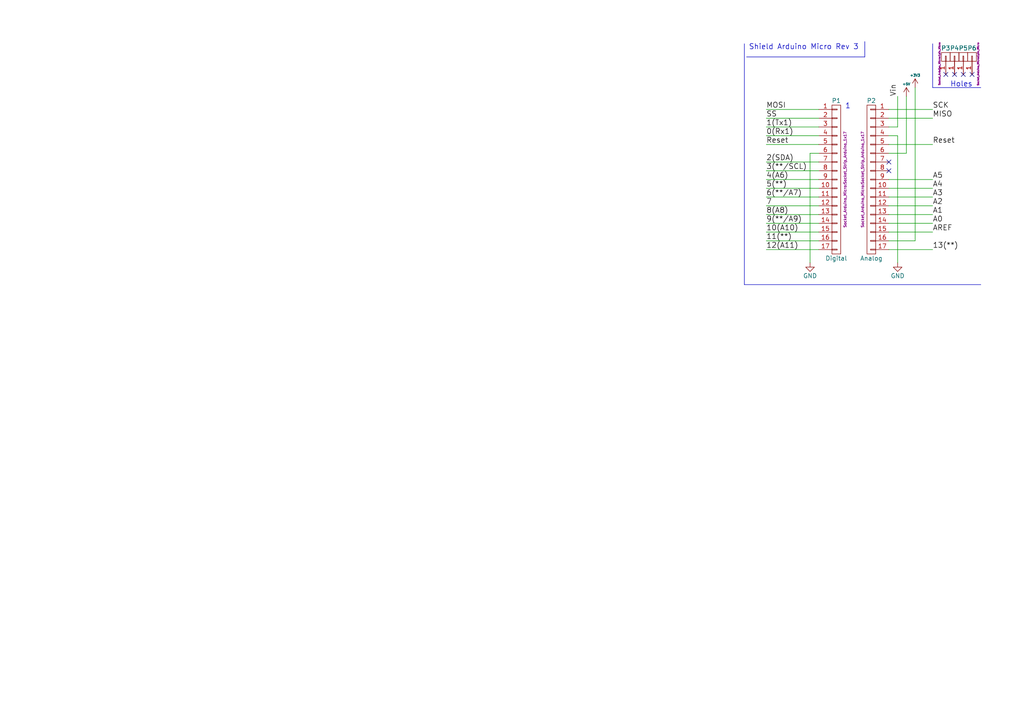
<source format=kicad_sch>
(kicad_sch (version 20230121) (generator eeschema)
  (paper "A4")
  (title_block (date "sam. 04 avril 2015"))
  (lib_symbols
    (symbol "Arduino_Micro-rescue:+3.3V" (power) (pin_names (offset 0))
      (property "Value" "+3.3V" (at 0 3.556 0))
      (symbol "+3.3V_0_1"
        (polyline (pts (xy -0.762 1.27) (xy 0 2.54)))
        (polyline (pts (xy 0 0) (xy 0 2.54)))
        (polyline (pts (xy 0 2.54) (xy 0.762 1.27)))
      )
      (symbol "+3.3V_1_1"
        (pin power_in line (at 0 0 90) (length 0) hide (name "+3V3") (number "1"))
      )
    )
    (symbol "Arduino_Micro-rescue:+5V" (power) (pin_names (offset 0))
      (property "Value" "+5V" (at 0 3.556 0))
      (symbol "+5V_0_1"
        (polyline (pts (xy -0.762 1.27) (xy 0 2.54)))
        (polyline (pts (xy 0 0) (xy 0 2.54)))
        (polyline (pts (xy 0 2.54) (xy 0.762 1.27)))
      )
      (symbol "+5V_1_1"
        (pin power_in line (at 0 0 90) (length 0) hide (name "+5V") (number "1"))
      )
    )
    (symbol "Arduino_Micro-rescue:CONN_01X01" (pin_names (offset 1.016) hide)
      (property "Reference" "P" (at 0 2.54 0))
      (property "Value" "CONN_01X01" (at 2.54 0 90))
      (symbol "CONN_01X01_0_1"
        (rectangle (start -1.27 0.127) (end 0.254 -0.127))
        (rectangle (start -1.27 1.27) (end 1.27 -1.27))
      )
      (symbol "CONN_01X01_1_1"
        (pin passive line (at -5.08 0 0) (length 3.81) (name "P1") (number "1"))
      )
    )
    (symbol "Arduino_Micro-rescue:CONN_01X17" (pin_names (offset 1.016) hide)
      (property "Reference" "P" (at 0 22.86 0))
      (property "Value" "CONN_01X17" (at 2.54 0 90))
      (symbol "CONN_01X17_0_1"
        (rectangle (start -1.27 -20.193) (end 0.254 -20.447))
        (rectangle (start -1.27 -17.653) (end 0.254 -17.907))
        (rectangle (start -1.27 -15.113) (end 0.254 -15.367))
        (rectangle (start -1.27 -12.573) (end 0.254 -12.827))
        (rectangle (start -1.27 -10.033) (end 0.254 -10.287))
        (rectangle (start -1.27 -7.493) (end 0.254 -7.747))
        (rectangle (start -1.27 -4.953) (end 0.254 -5.207))
        (rectangle (start -1.27 -2.413) (end 0.254 -2.667))
        (rectangle (start -1.27 0.127) (end 0.254 -0.127))
        (rectangle (start -1.27 2.667) (end 0.254 2.413))
        (rectangle (start -1.27 5.207) (end 0.254 4.953))
        (rectangle (start -1.27 7.747) (end 0.254 7.493))
        (rectangle (start -1.27 10.287) (end 0.254 10.033))
        (rectangle (start -1.27 12.827) (end 0.254 12.573))
        (rectangle (start -1.27 15.367) (end 0.254 15.113))
        (rectangle (start -1.27 17.907) (end 0.254 17.653))
        (rectangle (start -1.27 20.447) (end 0.254 20.193))
        (rectangle (start -1.27 21.59) (end 1.27 -21.59))
      )
      (symbol "CONN_01X17_1_1"
        (pin passive line (at -5.08 20.32 0) (length 3.81) (name "P1") (number "1"))
        (pin passive line (at -5.08 -2.54 0) (length 3.81) (name "P10") (number "10"))
        (pin passive line (at -5.08 -5.08 0) (length 3.81) (name "P11") (number "11"))
        (pin passive line (at -5.08 -7.62 0) (length 3.81) (name "P12") (number "12"))
        (pin passive line (at -5.08 -10.16 0) (length 3.81) (name "P13") (number "13"))
        (pin passive line (at -5.08 -12.7 0) (length 3.81) (name "P14") (number "14"))
        (pin passive line (at -5.08 -15.24 0) (length 3.81) (name "P15") (number "15"))
        (pin passive line (at -5.08 -17.78 0) (length 3.81) (name "P16") (number "16"))
        (pin passive line (at -5.08 -20.32 0) (length 3.81) (name "P17") (number "17"))
        (pin passive line (at -5.08 17.78 0) (length 3.81) (name "P2") (number "2"))
        (pin passive line (at -5.08 15.24 0) (length 3.81) (name "P3") (number "3"))
        (pin passive line (at -5.08 12.7 0) (length 3.81) (name "P4") (number "4"))
        (pin passive line (at -5.08 10.16 0) (length 3.81) (name "P5") (number "5"))
        (pin passive line (at -5.08 7.62 0) (length 3.81) (name "P6") (number "6"))
        (pin passive line (at -5.08 5.08 0) (length 3.81) (name "P7") (number "7"))
        (pin passive line (at -5.08 2.54 0) (length 3.81) (name "P8") (number "8"))
        (pin passive line (at -5.08 0 0) (length 3.81) (name "P9") (number "9"))
      )
    )
    (symbol "Arduino_Micro-rescue:GND" (power) (pin_names (offset 0))
      (property "Value" "GND" (at 0 -3.81 0))
      (symbol "GND_0_1"
        (polyline (pts (xy 0 0) (xy 0 -1.27) (xy 1.27 -1.27) (xy 0 -2.54) (xy -1.27 -1.27) (xy 0 -1.27)))
      )
      (symbol "GND_1_1"
        (pin power_in line (at 0 0 270) (length 0) hide (name "GND") (number "1"))
      )
    )
  )
  (no_connect (at 274.32 21.59))
  (no_connect (at 279.4 21.59))
  (no_connect (at 276.86 21.59))
  (no_connect (at 257.81 46.99))
  (no_connect (at 281.94 21.59))
  (no_connect (at 257.81 49.53))
  (wire (pts (xy 257.81 36.83) (xy 260.35 36.83)))
  (wire (pts (xy 222.25 34.29) (xy 237.49 34.29)))
  (wire (pts (xy 222.25 54.61) (xy 237.49 54.61)))
  (wire (pts (xy 222.25 72.39) (xy 237.49 72.39)))
  (wire (pts (xy 270.51 59.69) (xy 257.81 59.69)))
  (wire (pts (xy 222.25 59.69) (xy 237.49 59.69)))
  (wire (pts (xy 260.35 36.83) (xy 260.35 27.94)))
  (wire (pts (xy 257.81 44.45) (xy 262.89 44.45)))
  (wire (pts (xy 257.81 39.37) (xy 260.35 39.37)))
  (wire (pts (xy 265.43 25.4) (xy 265.43 69.85)))
  (wire (pts (xy 237.49 44.45) (xy 234.95 44.45)))
  (polyline (pts (xy 250.825 16.51) (xy 250.825 12.065)))
  (polyline (pts (xy 270.51 25.4) (xy 270.51 12.7)))
  (wire (pts (xy 257.81 54.61) (xy 270.51 54.61)))
  (wire (pts (xy 222.25 67.31) (xy 237.49 67.31)))
  (wire (pts (xy 222.25 31.75) (xy 237.49 31.75)))
  (wire (pts (xy 222.25 64.77) (xy 237.49 64.77)))
  (polyline (pts (xy 284.48 25.4) (xy 270.51 25.4)))
  (wire (pts (xy 270.51 31.75) (xy 257.81 31.75)))
  (polyline (pts (xy 215.9 12.7) (xy 215.9 82.55)))
  (wire (pts (xy 270.51 72.39) (xy 257.81 72.39)))
  (wire (pts (xy 222.25 62.23) (xy 237.49 62.23)))
  (wire (pts (xy 222.25 52.07) (xy 237.49 52.07)))
  (wire (pts (xy 265.43 69.85) (xy 257.81 69.85)))
  (wire (pts (xy 222.25 57.15) (xy 237.49 57.15)))
  (wire (pts (xy 270.51 57.15) (xy 257.81 57.15)))
  (wire (pts (xy 270.51 52.07) (xy 257.81 52.07)))
  (wire (pts (xy 222.25 36.83) (xy 237.49 36.83)))
  (wire (pts (xy 257.81 34.29) (xy 270.51 34.29)))
  (wire (pts (xy 222.25 41.91) (xy 237.49 41.91)))
  (wire (pts (xy 222.25 46.99) (xy 237.49 46.99)))
  (polyline (pts (xy 215.9 82.55) (xy 284.48 82.55)))
  (wire (pts (xy 222.25 39.37) (xy 237.49 39.37)))
  (wire (pts (xy 222.25 49.53) (xy 237.49 49.53)))
  (wire (pts (xy 234.95 44.45) (xy 234.95 76.2)))
  (wire (pts (xy 270.51 64.77) (xy 257.81 64.77)))
  (wire (pts (xy 260.35 39.37) (xy 260.35 76.2)))
  (wire (pts (xy 222.25 69.85) (xy 237.49 69.85)))
  (wire (pts (xy 257.81 62.23) (xy 270.51 62.23)))
  (wire (pts (xy 270.51 41.91) (xy 257.81 41.91)))
  (wire (pts (xy 257.81 67.31) (xy 270.51 67.31)))
  (wire (pts (xy 262.89 44.45) (xy 262.89 27.94)))
  (polyline (pts (xy 216.535 16.51) (xy 250.825 16.51)))
  (text "1" (at 245.11 31.75 0) (effects (font (size 1.524 1.524)) (justify left bottom)))
  (text "Shield Arduino Micro Rev 3" (at 217.17 14.605 0) (effects (font (size 1.524 1.524)) (justify left bottom)))
  (text "Holes" (at 275.59 25.4 0) (effects (font (size 1.524 1.524)) (justify left bottom)))
  (label "5(**)" (at 222.25 54.61 0) (effects (font (size 1.524 1.524))))
  (label "11(**)" (at 222.25 69.85 0) (effects (font (size 1.524 1.524))))
  (label "A3" (at 270.51 57.15 0) (effects (font (size 1.524 1.524))))
  (label "AREF" (at 270.51 67.31 0) (effects (font (size 1.524 1.524))))
  (label "MOSI" (at 222.25 31.75 0) (effects (font (size 1.524 1.524))))
  (label "2(SDA)" (at 222.25 46.99 0) (effects (font (size 1.524 1.524))))
  (label "A2" (at 270.51 59.69 0) (effects (font (size 1.524 1.524))))
  (label "6(**/A7)" (at 222.25 57.15 0) (effects (font (size 1.524 1.524))))
  (label "7" (at 222.25 59.69 0) (effects (font (size 1.524 1.524))))
  (label "A0" (at 270.51 64.77 0) (effects (font (size 1.524 1.524))))
  (label "SCK" (at 270.51 31.75 0) (effects (font (size 1.524 1.524))))
  (label "A1" (at 270.51 62.23 0) (effects (font (size 1.524 1.524))))
  (label "9(**/A9)" (at 222.25 64.77 0) (effects (font (size 1.524 1.524))))
  (label "Vin" (at 260.35 27.94 90) (effects (font (size 1.524 1.524))))
  (label "A5" (at 270.51 52.07 0) (effects (font (size 1.524 1.524))))
  (label "SS" (at 222.25 34.29 0) (effects (font (size 1.524 1.524))))
  (label "A4" (at 270.51 54.61 0) (effects (font (size 1.524 1.524))))
  (label "Reset" (at 222.25 41.91 0) (effects (font (size 1.524 1.524))))
  (label "4(A6)" (at 222.25 52.07 0) (effects (font (size 1.524 1.524))))
  (label "10(A10)" (at 222.25 67.31 0) (effects (font (size 1.524 1.524))))
  (label "3(**/SCL)" (at 222.25 49.53 0) (effects (font (size 1.524 1.524))))
  (label "13(**)" (at 270.51 72.39 0) (effects (font (size 1.524 1.524))))
  (label "MISO" (at 270.51 34.29 0) (effects (font (size 1.524 1.524))))
  (label "12(A11)" (at 222.25 72.39 0) (effects (font (size 1.524 1.524))))
  (label "Reset" (at 270.51 41.91 0) (effects (font (size 1.524 1.524))))
  (label "0(Rx1)" (at 222.25 39.37 0) (effects (font (size 1.524 1.524))))
  (label "1(Tx1)" (at 222.25 36.83 0) (effects (font (size 1.524 1.524))))
  (label "8(A8)" (at 222.25 62.23 0) (effects (font (size 1.524 1.524))))
  (symbol (lib_id "Arduino_Micro-rescue:CONN_01X17") (at 242.57 52.07 0) (unit 1)
    (property "Reference" "P1" (at 242.57 29.21 0))
    (property "Value" "Digital" (at 242.57 74.93 0))
    (property "Footprint" "Socket_Arduino_Micro:Socket_Strip_Arduino_1x17" (at 245.11 52.07 90) (effects (font (size 0.762 0.762))))
  )
  (symbol (lib_id "Arduino_Micro-rescue:CONN_01X17") (at 252.73 52.07 0) (mirror y) (unit 1)
    (property "Reference" "P2" (at 252.73 29.21 0))
    (property "Value" "Analog" (at 252.73 74.93 0))
    (property "Footprint" "Socket_Arduino_Micro:Socket_Strip_Arduino_1x17" (at 250.19 52.07 90) (effects (font (size 0.762 0.762))))
  )
  (symbol (lib_id "Arduino_Micro-rescue:GND") (at 234.95 76.2 0) (unit 1)
    (property "Reference" "#PWR01" (effects hide))
    (property "Value" "GND" (at 234.95 80.01 0))
  )
  (symbol (lib_id "Arduino_Micro-rescue:+5V") (at 262.89 27.94 0) (unit 1)
    (property "Reference" "#PWR02" (effects hide))
    (property "Value" "+5V" (at 262.89 24.384 0) (effects (font (size 0.7112 0.7112))))
  )
  (symbol (lib_id "Arduino_Micro-rescue:GND") (at 260.35 76.2 0) (unit 1)
    (property "Reference" "#PWR03" (effects hide))
    (property "Value" "GND" (at 260.35 80.01 0))
  )
  (symbol (lib_id "Arduino_Micro-rescue:+3.3V") (at 265.43 25.4 0) (unit 1)
    (property "Reference" "#PWR04" (effects hide))
    (property "Value" "+3.3V" (at 265.43 21.844 0) (effects (font (size 0.7112 0.7112))))
  )
  (symbol (lib_id "Arduino_Micro-rescue:CONN_01X01") (at 274.32 16.51 90) (unit 1)
    (property "Reference" "P3" (at 274.32 13.97 90))
    (property "Value" "CONN_01X01" (effects hide))
    (property "Footprint" "Socket_Arduino_Micro:1pin_Micro" (at 272.4912 18.4912 0) (effects (font (size 0.508 0.508))))
  )
  (symbol (lib_id "Arduino_Micro-rescue:CONN_01X01") (at 276.86 16.51 90) (unit 1)
    (property "Reference" "P4" (at 276.86 13.97 90))
    (property "Value" "CONN_01X01" (effects hide))
    (property "Footprint" "Socket_Arduino_Micro:1pin_Micro" (effects hide))
  )
  (symbol (lib_id "Arduino_Micro-rescue:CONN_01X01") (at 279.4 16.51 90) (unit 1)
    (property "Reference" "P5" (at 279.4 13.97 90))
    (property "Value" "CONN_01X01" (effects hide))
    (property "Footprint" "Socket_Arduino_Micro:1pin_Micro" (effects hide))
  )
  (symbol (lib_id "Arduino_Micro-rescue:CONN_01X01") (at 281.94 16.51 90) (unit 1)
    (property "Reference" "P6" (at 281.94 13.97 90))
    (property "Value" "CONN_01X01" (effects hide))
    (property "Footprint" "Socket_Arduino_Micro:1pin_Micro" (at 283.6926 18.5674 0) (effects (font (size 0.508 0.508))))
  )
)
</source>
